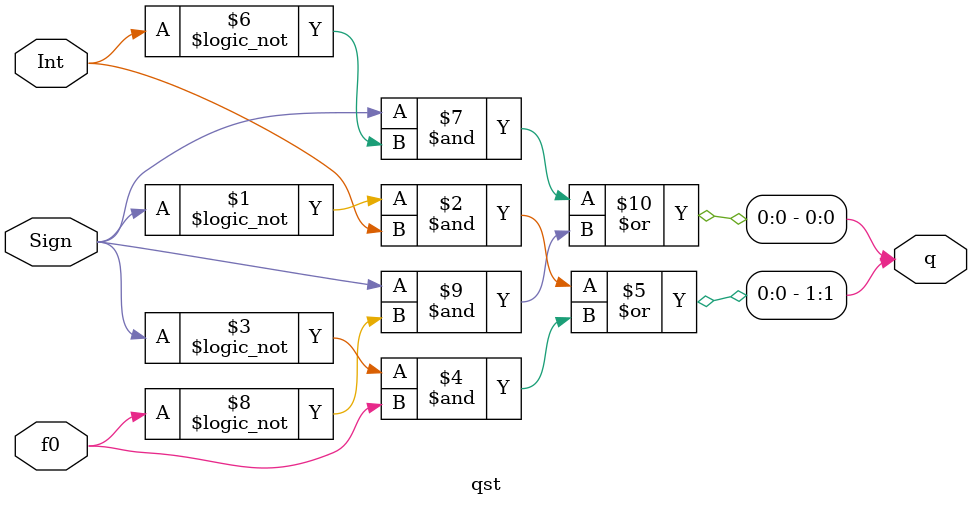
<source format=v>
module qst (q, Sign, Int, f0);

   input        Sign;
   input        Int;
   input        f0;

   output [1:0] q;

   assign 	q[1] = (!Sign&Int) | (!Sign&f0);
   assign 	q[0] = (Sign&!Int) | (Sign&!f0);


endmodule // qst


</source>
